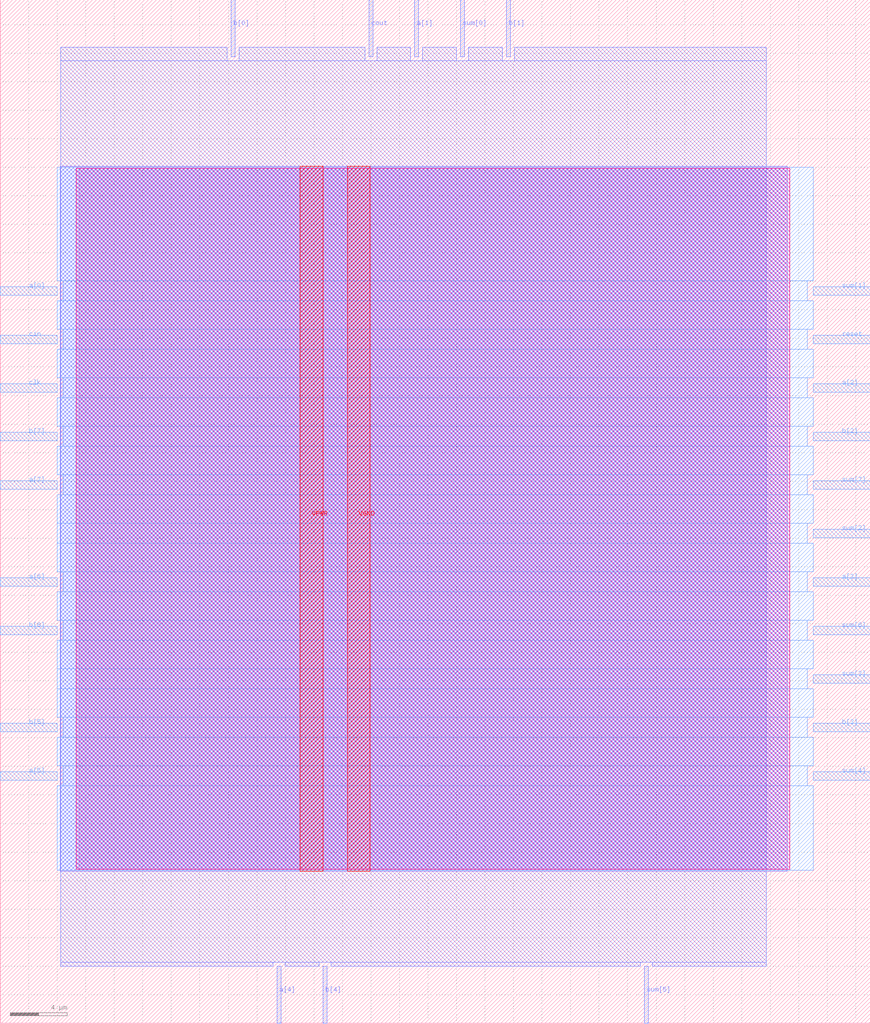
<source format=lef>
VERSION 5.7 ;
  NOWIREEXTENSIONATPIN ON ;
  DIVIDERCHAR "/" ;
  BUSBITCHARS "[]" ;
MACRO carry_select_wrapper
  CLASS BLOCK ;
  FOREIGN carry_select_wrapper ;
  ORIGIN 0.000 0.000 ;
  SIZE 61.015 BY 71.735 ;
  PIN VGND
    DIRECTION INOUT ;
    USE GROUND ;
    PORT
      LAYER met4 ;
        RECT 24.340 10.640 25.940 60.080 ;
    END
  END VGND
  PIN VPWR
    DIRECTION INOUT ;
    USE POWER ;
    PORT
      LAYER met4 ;
        RECT 21.040 10.640 22.640 60.080 ;
    END
  END VPWR
  PIN a[0]
    DIRECTION INPUT ;
    USE SIGNAL ;
    ANTENNAGATEAREA 0.196500 ;
    PORT
      LAYER met3 ;
        RECT 0.000 51.040 4.000 51.640 ;
    END
  END a[0]
  PIN a[1]
    DIRECTION INPUT ;
    USE SIGNAL ;
    ANTENNAGATEAREA 0.196500 ;
    PORT
      LAYER met2 ;
        RECT 29.070 67.735 29.350 71.735 ;
    END
  END a[1]
  PIN a[2]
    DIRECTION INPUT ;
    USE SIGNAL ;
    ANTENNAGATEAREA 0.196500 ;
    PORT
      LAYER met3 ;
        RECT 57.015 44.240 61.015 44.840 ;
    END
  END a[2]
  PIN a[3]
    DIRECTION INPUT ;
    USE SIGNAL ;
    ANTENNAGATEAREA 0.196500 ;
    PORT
      LAYER met3 ;
        RECT 57.015 30.640 61.015 31.240 ;
    END
  END a[3]
  PIN a[4]
    DIRECTION INPUT ;
    USE SIGNAL ;
    ANTENNAGATEAREA 0.196500 ;
    PORT
      LAYER met2 ;
        RECT 19.410 0.000 19.690 4.000 ;
    END
  END a[4]
  PIN a[5]
    DIRECTION INPUT ;
    USE SIGNAL ;
    ANTENNAGATEAREA 0.196500 ;
    PORT
      LAYER met3 ;
        RECT 0.000 17.040 4.000 17.640 ;
    END
  END a[5]
  PIN a[6]
    DIRECTION INPUT ;
    USE SIGNAL ;
    ANTENNAGATEAREA 0.196500 ;
    PORT
      LAYER met3 ;
        RECT 0.000 30.640 4.000 31.240 ;
    END
  END a[6]
  PIN a[7]
    DIRECTION INPUT ;
    USE SIGNAL ;
    ANTENNAGATEAREA 0.196500 ;
    PORT
      LAYER met3 ;
        RECT 0.000 37.440 4.000 38.040 ;
    END
  END a[7]
  PIN b[0]
    DIRECTION INPUT ;
    USE SIGNAL ;
    ANTENNAGATEAREA 0.196500 ;
    PORT
      LAYER met2 ;
        RECT 16.190 67.735 16.470 71.735 ;
    END
  END b[0]
  PIN b[1]
    DIRECTION INPUT ;
    USE SIGNAL ;
    ANTENNAGATEAREA 0.196500 ;
    PORT
      LAYER met2 ;
        RECT 35.510 67.735 35.790 71.735 ;
    END
  END b[1]
  PIN b[2]
    DIRECTION INPUT ;
    USE SIGNAL ;
    ANTENNAGATEAREA 0.196500 ;
    PORT
      LAYER met3 ;
        RECT 57.015 40.840 61.015 41.440 ;
    END
  END b[2]
  PIN b[3]
    DIRECTION INPUT ;
    USE SIGNAL ;
    ANTENNAGATEAREA 0.196500 ;
    PORT
      LAYER met3 ;
        RECT 57.015 20.440 61.015 21.040 ;
    END
  END b[3]
  PIN b[4]
    DIRECTION INPUT ;
    USE SIGNAL ;
    ANTENNAGATEAREA 0.196500 ;
    PORT
      LAYER met2 ;
        RECT 22.630 0.000 22.910 4.000 ;
    END
  END b[4]
  PIN b[5]
    DIRECTION INPUT ;
    USE SIGNAL ;
    ANTENNAGATEAREA 0.196500 ;
    PORT
      LAYER met3 ;
        RECT 0.000 20.440 4.000 21.040 ;
    END
  END b[5]
  PIN b[6]
    DIRECTION INPUT ;
    USE SIGNAL ;
    ANTENNAGATEAREA 0.196500 ;
    PORT
      LAYER met3 ;
        RECT 0.000 27.240 4.000 27.840 ;
    END
  END b[6]
  PIN b[7]
    DIRECTION INPUT ;
    USE SIGNAL ;
    ANTENNAGATEAREA 0.196500 ;
    PORT
      LAYER met3 ;
        RECT 0.000 40.840 4.000 41.440 ;
    END
  END b[7]
  PIN cin
    DIRECTION INPUT ;
    USE SIGNAL ;
    ANTENNAGATEAREA 0.196500 ;
    PORT
      LAYER met3 ;
        RECT 0.000 47.640 4.000 48.240 ;
    END
  END cin
  PIN clk
    DIRECTION INPUT ;
    USE SIGNAL ;
    ANTENNAGATEAREA 0.852000 ;
    PORT
      LAYER met3 ;
        RECT 0.000 44.240 4.000 44.840 ;
    END
  END clk
  PIN cout
    DIRECTION OUTPUT ;
    USE SIGNAL ;
    ANTENNADIFFAREA 0.445500 ;
    PORT
      LAYER met2 ;
        RECT 25.850 67.735 26.130 71.735 ;
    END
  END cout
  PIN reset
    DIRECTION INPUT ;
    USE SIGNAL ;
    ANTENNAGATEAREA 0.196500 ;
    PORT
      LAYER met3 ;
        RECT 57.015 47.640 61.015 48.240 ;
    END
  END reset
  PIN sum[0]
    DIRECTION OUTPUT ;
    USE SIGNAL ;
    ANTENNADIFFAREA 0.445500 ;
    PORT
      LAYER met2 ;
        RECT 32.290 67.735 32.570 71.735 ;
    END
  END sum[0]
  PIN sum[1]
    DIRECTION OUTPUT ;
    USE SIGNAL ;
    ANTENNADIFFAREA 0.445500 ;
    PORT
      LAYER met3 ;
        RECT 57.015 51.040 61.015 51.640 ;
    END
  END sum[1]
  PIN sum[2]
    DIRECTION OUTPUT ;
    USE SIGNAL ;
    ANTENNADIFFAREA 0.445500 ;
    PORT
      LAYER met3 ;
        RECT 57.015 34.040 61.015 34.640 ;
    END
  END sum[2]
  PIN sum[3]
    DIRECTION OUTPUT ;
    USE SIGNAL ;
    ANTENNADIFFAREA 0.445500 ;
    PORT
      LAYER met3 ;
        RECT 57.015 23.840 61.015 24.440 ;
    END
  END sum[3]
  PIN sum[4]
    DIRECTION OUTPUT ;
    USE SIGNAL ;
    ANTENNADIFFAREA 0.445500 ;
    PORT
      LAYER met3 ;
        RECT 57.015 17.040 61.015 17.640 ;
    END
  END sum[4]
  PIN sum[5]
    DIRECTION OUTPUT ;
    USE SIGNAL ;
    ANTENNADIFFAREA 0.445500 ;
    PORT
      LAYER met2 ;
        RECT 45.170 0.000 45.450 4.000 ;
    END
  END sum[5]
  PIN sum[6]
    DIRECTION OUTPUT ;
    USE SIGNAL ;
    ANTENNADIFFAREA 0.445500 ;
    PORT
      LAYER met3 ;
        RECT 57.015 27.240 61.015 27.840 ;
    END
  END sum[6]
  PIN sum[7]
    DIRECTION OUTPUT ;
    USE SIGNAL ;
    ANTENNADIFFAREA 0.445500 ;
    PORT
      LAYER met3 ;
        RECT 57.015 37.440 61.015 38.040 ;
    END
  END sum[7]
  OBS
      LAYER nwell ;
        RECT 5.330 10.795 55.390 59.925 ;
      LAYER li1 ;
        RECT 5.520 10.795 55.200 59.925 ;
      LAYER met1 ;
        RECT 4.210 10.640 55.200 60.080 ;
      LAYER met2 ;
        RECT 4.230 67.455 15.910 68.410 ;
        RECT 16.750 67.455 25.570 68.410 ;
        RECT 26.410 67.455 28.790 68.410 ;
        RECT 29.630 67.455 32.010 68.410 ;
        RECT 32.850 67.455 35.230 68.410 ;
        RECT 36.070 67.455 53.730 68.410 ;
        RECT 4.230 4.280 53.730 67.455 ;
        RECT 4.230 4.000 19.130 4.280 ;
        RECT 19.970 4.000 22.350 4.280 ;
        RECT 23.190 4.000 44.890 4.280 ;
        RECT 45.730 4.000 53.730 4.280 ;
      LAYER met3 ;
        RECT 3.990 52.040 57.015 60.005 ;
        RECT 4.400 50.640 56.615 52.040 ;
        RECT 3.990 48.640 57.015 50.640 ;
        RECT 4.400 47.240 56.615 48.640 ;
        RECT 3.990 45.240 57.015 47.240 ;
        RECT 4.400 43.840 56.615 45.240 ;
        RECT 3.990 41.840 57.015 43.840 ;
        RECT 4.400 40.440 56.615 41.840 ;
        RECT 3.990 38.440 57.015 40.440 ;
        RECT 4.400 37.040 56.615 38.440 ;
        RECT 3.990 35.040 57.015 37.040 ;
        RECT 3.990 33.640 56.615 35.040 ;
        RECT 3.990 31.640 57.015 33.640 ;
        RECT 4.400 30.240 56.615 31.640 ;
        RECT 3.990 28.240 57.015 30.240 ;
        RECT 4.400 26.840 56.615 28.240 ;
        RECT 3.990 24.840 57.015 26.840 ;
        RECT 3.990 23.440 56.615 24.840 ;
        RECT 3.990 21.440 57.015 23.440 ;
        RECT 4.400 20.040 56.615 21.440 ;
        RECT 3.990 18.040 57.015 20.040 ;
        RECT 4.400 16.640 56.615 18.040 ;
        RECT 3.990 10.715 57.015 16.640 ;
  END
END carry_select_wrapper
END LIBRARY


</source>
